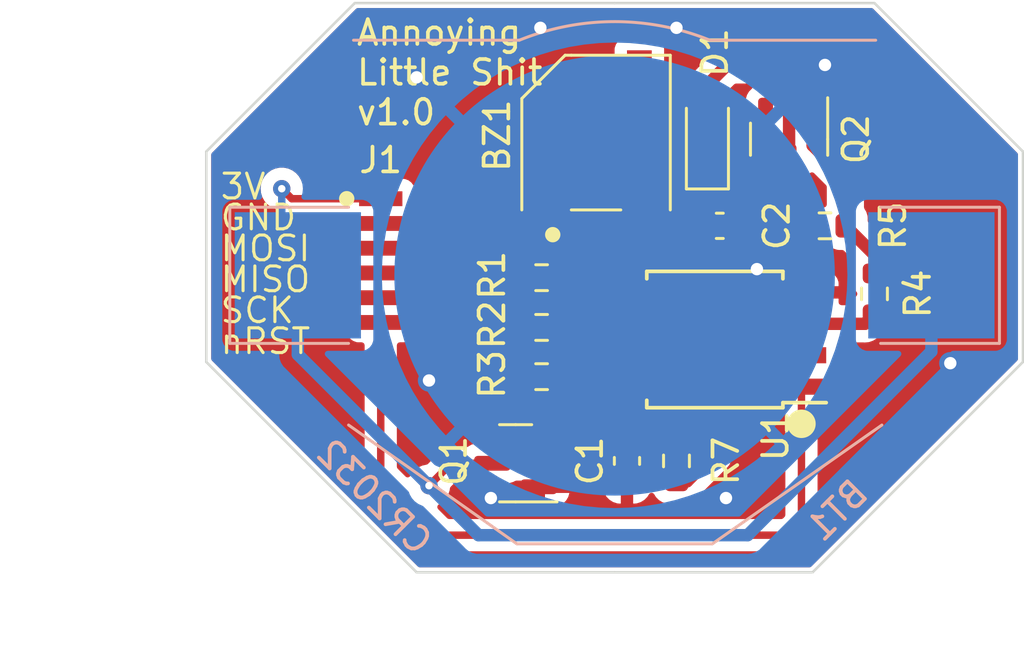
<source format=kicad_pcb>
(kicad_pcb (version 20221018) (generator pcbnew)
  (layers (0 "F.Cu" signal) (31 "B.Cu" signal) (34 "B.Paste" user) (35 "F.Paste" user) (36 "B.SilkS" user "B.Silkscreen") (37 "F.SilkS" user "F.Silkscreen") (38 "B.Mask" user) (39 "F.Mask" user) (44 "Edge.Cuts" user))
  (net 0 "")
  (net 1 "Net-(BT1-+)")
  (net 2 "GND")
  (net 3 "Net-(J1-Pin_3)")
  (net 4 "Net-(U1-PB0{slash}MOSI)")
  (net 5 "Net-(J1-Pin_4)")
  (net 6 "Net-(U1-PB1{slash}MISO)")
  (net 7 "Net-(J1-Pin_5)")
  (net 8 "Net-(U1-PB2{slash}SCK)")
  (net 9 "Net-(U1-PB4)")
  (net 10 "Net-(BZ1-+)")
  (net 12 "Net-(BZ1--)")
  (net 13 "Net-(J1-Pin_6)")
  (net 14 "+3V0")
  (net 15 "Net-(Q2-B)")
  (footprint "Resistor_SMD:R_0603_1608Metric" (layer "F.Cu") (at 141.5 63.25 90)
    (fp_text reference "R4" (at 0 1.75 90) (layer "F.SilkS"))
    (fp_text value "330R")
    (fp_line (start -0.237258 -0.5225) (end 0.237258 -0.5225) (stroke (width 0.12)) (layer "F.SilkS"))
    (fp_line (start -0.237258 0.5225) (end 0.237258 0.5225) (stroke (width 0.12)) (layer "F.SilkS"))
    (pad "1" smd roundrect (at -0.825 0 90) (size 0.8 0.95) (layers "F.Cu" "F.Paste" "F.Mask") (net 9 "Net-(U1-PB4)"))
    (pad "2" smd roundrect (at 0.825 0 90) (size 0.8 0.95) (layers "F.Cu" "F.Paste" "F.Mask") (net 15 "Net-(Q2-B)"))
  )
  (footprint "Capacitor_SMD:C_0603_1608Metric" (layer "F.Cu") (at 135.25 60.5)
    (fp_text reference "C2" (at 2.3 0 90) (layer "F.SilkS"))
    (fp_text value "10uF")
    (fp_line (start -0.14058 -0.51) (end 0.14058 -0.51) (stroke (width 0.12)) (layer "F.SilkS"))
    (fp_line (start -0.14058 0.51) (end 0.14058 0.51) (stroke (width 0.12)) (layer "F.SilkS"))
    (pad "1" smd roundrect (at -0.775 0) (size 0.9 0.95) (layers "F.Cu" "F.Paste" "F.Mask") (net 10 "Net-(BZ1-+)"))
    (pad "2" smd roundrect (at 0.775 0) (size 0.9 0.95) (layers "F.Cu" "F.Paste" "F.Mask") (net 2 "GND"))
  )
  (footprint "als_footprints:SOIC-8W_5.3x5.3mm_P1.27mm" (layer "F.Cu") (at 135.05 65.095 180)
    (fp_text reference "U1" (at -2.45 -3.905 270) (layer "F.SilkS"))
    (fp_text value "ATtiny13V-10SU")
    (fp_line (start -2.75 -2.755) (end -2.75 -2.55) (stroke (width 0.15)) (layer "F.SilkS"))
    (fp_line (start -2.75 -2.755) (end 2.75 -2.755) (stroke (width 0.15)) (layer "F.SilkS"))
    (fp_line (start -2.75 -2.55) (end -4.5 -2.55) (stroke (width 0.15)) (layer "F.SilkS"))
    (fp_line (start -2.75 2.755) (end -2.75 2.455) (stroke (width 0.15)) (layer "F.SilkS"))
    (fp_line (start -2.75 2.755) (end 2.75 2.755) (stroke (width 0.15)) (layer "F.SilkS"))
    (fp_line (start 2.75 -2.755) (end 2.75 -2.455) (stroke (width 0.15)) (layer "F.SilkS"))
    (fp_line (start 2.75 2.755) (end 2.75 2.455) (stroke (width 0.15)) (layer "F.SilkS"))
    (pad "1" smd rect (at -3.65 -1.905 180) (size 1.7 0.65) (layers "F.Cu" "F.Paste" "F.Mask") (net 13 "Net-(J1-Pin_6)"))
    (pad "2" smd rect (at -3.65 -0.635 180) (size 1.7 0.65) (layers "F.Cu" "F.Paste" "F.Mask"))
    (pad "3" smd rect (at -3.65 0.635 180) (size 1.7 0.65) (layers "F.Cu" "F.Paste" "F.Mask") (net 9 "Net-(U1-PB4)"))
    (pad "4" smd rect (at -3.65 1.905 180) (size 1.7 0.65) (layers "F.Cu" "F.Paste" "F.Mask") (net 2 "GND"))
    (pad "5" smd rect (at 3.65 1.905 180) (size 1.7 0.65) (layers "F.Cu" "F.Paste" "F.Mask") (net 4 "Net-(U1-PB0{slash}MOSI)"))
    (pad "6" smd rect (at 3.65 0.635 180) (size 1.7 0.65) (layers "F.Cu" "F.Paste" "F.Mask") (net 6 "Net-(U1-PB1{slash}MISO)"))
    (pad "7" smd rect (at 3.65 -0.635 180) (size 1.7 0.65) (layers "F.Cu" "F.Paste" "F.Mask") (net 8 "Net-(U1-PB2{slash}SCK)"))
    (pad "8" smd rect (at 3.65 -1.905 180) (size 1.7 0.65) (layers "F.Cu" "F.Paste" "F.Mask") (net 14 "+3V0"))
  )
  (footprint "Resistor_SMD:R_0603_1608Metric" (layer "F.Cu") (at 128.05 62.595)
    (fp_text reference "R1" (at -2 -0.095 90) (layer "F.SilkS"))
    (fp_text value "330R")
    (fp_line (start -0.237258 -0.5225) (end 0.237258 -0.5225) (stroke (width 0.12)) (layer "F.SilkS"))
    (fp_line (start -0.237258 0.5225) (end 0.237258 0.5225) (stroke (width 0.12)) (layer "F.SilkS"))
    (pad "1" smd roundrect (at -0.825 0) (size 0.8 0.95) (layers "F.Cu" "F.Paste" "F.Mask") (net 3 "Net-(J1-Pin_3)"))
    (pad "2" smd roundrect (at 0.825 0) (size 0.8 0.95) (layers "F.Cu" "F.Paste" "F.Mask") (net 4 "Net-(U1-PB0{slash}MOSI)"))
  )
  (footprint "als_footprints:MagneticBuzzer_CUI_CMT-5023S-SMT" (layer "F.Cu") (at 130.25 56.8575 90)
    (fp_text reference "BZ1" (at 0 -4 90) (layer "F.SilkS"))
    (fp_text value "Buzzer, 3-pin")
    (fp_line (start -3 -1) (end -3 1) (stroke (width 0.12)) (layer "F.SilkS"))
    (fp_line (start -3 3) (end 3.25 3) (stroke (width 0.12)) (layer "F.SilkS"))
    (fp_line (start 1.5 -3) (end -3 -3) (stroke (width 0.12)) (layer "F.SilkS"))
    (fp_line (start 1.5 -3) (end 3.25 -1.25) (stroke (width 0.12)) (layer "F.SilkS"))
    (fp_line (start 3.25 -1.25) (end 3.25 -1) (stroke (width 0.12)) (layer "F.SilkS"))
    (fp_line (start 3.25 3) (end 3.25 -1) (stroke (width 0.12)) (layer "F.SilkS"))
    (fp_circle (center -4 -1.75) (end -3.75 -1.75) (stroke (width 0.12)) (fill solid) (layer "F.SilkS"))
    (pad "1" smd rect (at -2.15 -1.75 90) (size 2.5 1) (layers "F.Cu" "F.Paste" "F.Mask"))
    (pad "2" smd rect (at -2.2 1.75 90) (size 2.5 1) (layers "F.Cu" "F.Paste" "F.Mask") (net 10 "Net-(BZ1-+)"))
    (pad "3" smd rect (at 2.2 1.75 90) (size 2.5 1) (layers "F.Cu" "F.Paste" "F.Mask") (net 12 "Net-(BZ1--)"))
  )
  (footprint "Resistor_SMD:R_0603_1608Metric" (layer "F.Cu") (at 139.5 60.5 180)
    (fp_text reference "R5" (at -2.75 0 90) (layer "F.SilkS"))
    (fp_text value "10K")
    (fp_line (start -0.237258 -0.5225) (end 0.237258 -0.5225) (stroke (width 0.12)) (layer "F.SilkS"))
    (fp_line (start -0.237258 0.5225) (end 0.237258 0.5225) (stroke (width 0.12)) (layer "F.SilkS"))
    (pad "1" smd roundrect (at -0.825 0 180) (size 0.8 0.95) (layers "F.Cu" "F.Paste" "F.Mask") (net 15 "Net-(Q2-B)"))
    (pad "2" smd roundrect (at 0.825 0 180) (size 0.8 0.95) (layers "F.Cu" "F.Paste" "F.Mask") (net 2 "GND"))
  )
  (footprint "als_footprints:PinHeader_1x06_P1.00mm_Vertical_SMD_Aligned" (layer "F.Cu") (at 121.55 61.905)
    (fp_text reference "J1" (at 0 -4.06) (layer "F.SilkS"))
    (fp_text value "Conn_01x06_Pin")
    (fp_circle (center -1.375 -2.5) (end -1.125 -2.5) (stroke (width 0.12)) (fill solid) (layer "F.SilkS"))
    (pad "1" smd rect (at 0 -2.5) (size 1.75 0.6) (layers "F.Cu" "F.Paste" "F.Mask") (net 1 "Net-(BT1-+)"))
    (pad "2" smd rect (at 0 -1.5) (size 1.75 0.6) (layers "F.Cu" "F.Paste" "F.Mask") (net 2 "GND"))
    (pad "3" smd rect (at 0 -0.5) (size 1.75 0.6) (layers "F.Cu" "F.Paste" "F.Mask") (net 3 "Net-(J1-Pin_3)"))
    (pad "4" smd rect (at 0 0.5) (size 1.75 0.6) (layers "F.Cu" "F.Paste" "F.Mask") (net 5 "Net-(J1-Pin_4)"))
    (pad "5" smd rect (at 0 1.5) (size 1.75 0.6) (layers "F.Cu" "F.Paste" "F.Mask") (net 7 "Net-(J1-Pin_5)"))
    (pad "6" smd rect (at 0 2.5) (size 1.75 0.6) (layers "F.Cu" "F.Paste" "F.Mask") (net 13 "Net-(J1-Pin_6)"))
  )
  (footprint "Package_TO_SOT_SMD:SOT-23" (layer "F.Cu") (at 127 70.095 180)
    (fp_text reference "Q1" (at 2.5 0.095 90) (layer "F.SilkS"))
    (fp_text value "Si2319CDS")
    (fp_line (start 0 -1.56) (end -1.675 -1.56) (stroke (width 0.12)) (layer "F.SilkS"))
    (fp_line (start 0 -1.56) (end 0.65 -1.56) (stroke (width 0.12)) (layer "F.SilkS"))
    (fp_line (start 0 1.56) (end -0.65 1.56) (stroke (width 0.12)) (layer "F.SilkS"))
    (fp_line (start 0 1.56) (end 0.65 1.56) (stroke (width 0.12)) (layer "F.SilkS"))
    (pad "1" smd roundrect (at -0.9375 -0.95 180) (size 1.475 0.6) (layers "F.Cu" "F.Paste" "F.Mask") (net 2 "GND"))
    (pad "2" smd roundrect (at -0.9375 0.95 180) (size 1.475 0.6) (layers "F.Cu" "F.Paste" "F.Mask") (net 14 "+3V0"))
    (pad "3" smd roundrect (at 0.9375 0 180) (size 1.475 0.6) (layers "F.Cu" "F.Paste" "F.Mask") (net 1 "Net-(BT1-+)"))
  )
  (footprint "Package_TO_SOT_SMD:SOT-23" (layer "F.Cu") (at 138.05 57 -90)
    (fp_text reference "Q2" (at 0 -2.7 90) (layer "F.SilkS"))
    (fp_text value "MMBT3904")
    (fp_line (start 0 -1.56) (end -1.675 -1.56) (stroke (width 0.12)) (layer "F.SilkS"))
    (fp_line (start 0 -1.56) (end 0.65 -1.56) (stroke (width 0.12)) (layer "F.SilkS"))
    (fp_line (start 0 1.56) (end -0.65 1.56) (stroke (width 0.12)) (layer "F.SilkS"))
    (fp_line (start 0 1.56) (end 0.65 1.56) (stroke (width 0.12)) (layer "F.SilkS"))
    (pad "1" smd roundrect (at -0.9375 -0.95 270) (size 1.475 0.6) (layers "F.Cu" "F.Paste" "F.Mask") (net 15 "Net-(Q2-B)"))
    (pad "2" smd roundrect (at -0.9375 0.95 270) (size 1.475 0.6) (layers "F.Cu" "F.Paste" "F.Mask") (net 2 "GND"))
    (pad "3" smd roundrect (at 0.9375 0 270) (size 1.475 0.6) (layers "F.Cu" "F.Paste" "F.Mask") (net 12 "Net-(BZ1--)"))
  )
  (footprint "Resistor_SMD:R_0603_1608Metric" (layer "F.Cu") (at 133.5 70 90)
    (fp_text reference "R7" (at 0 2 90) (layer "F.SilkS"))
    (fp_text value "27R")
    (fp_line (start -0.237258 -0.5225) (end 0.237258 -0.5225) (stroke (width 0.12)) (layer "F.SilkS"))
    (fp_line (start -0.237258 0.5225) (end 0.237258 0.5225) (stroke (width 0.12)) (layer "F.SilkS"))
    (pad "1" smd roundrect (at -0.825 0 90) (size 0.8 0.95) (layers "F.Cu" "F.Paste" "F.Mask") (net 10 "Net-(BZ1-+)"))
    (pad "2" smd roundrect (at 0.825 0 90) (size 0.8 0.95) (layers "F.Cu" "F.Paste" "F.Mask") (net 14 "+3V0"))
  )
  (footprint "Resistor_SMD:R_0603_1608Metric" (layer "F.Cu") (at 128.05 66.595)
    (fp_text reference "R3" (at -2 -0.095 90) (layer "F.SilkS"))
    (fp_text value "330R")
    (fp_line (start -0.237258 -0.5225) (end 0.237258 -0.5225) (stroke (width 0.12)) (layer "F.SilkS"))
    (fp_line (start -0.237258 0.5225) (end 0.237258 0.5225) (stroke (width 0.12)) (layer "F.SilkS"))
    (pad "1" smd roundrect (at -0.825 0) (size 0.8 0.95) (layers "F.Cu" "F.Paste" "F.Mask") (net 7 "Net-(J1-Pin_5)"))
    (pad "2" smd roundrect (at 0.825 0) (size 0.8 0.95) (layers "F.Cu" "F.Paste" "F.Mask") (net 8 "Net-(U1-PB2{slash}SCK)"))
  )
  (footprint "Diode_SMD:D_SOD-323_HandSoldering" (layer "F.Cu") (at 134.75 57 90)
    (fp_text reference "D1" (at 3.5 0.3 90) (layer "F.SilkS"))
    (fp_text value "D_Schottky")
    (fp_line (start -2.01 -0.85) (end -2.01 0.85) (stroke (width 0.12)) (layer "F.SilkS"))
    (fp_line (start -2.01 -0.85) (end 1.25 -0.85) (stroke (width 0.12)) (layer "F.SilkS"))
    (fp_line (start -2.01 0.85) (end 1.25 0.85) (stroke (width 0.12)) (layer "F.SilkS"))
    (pad "1" smd roundrect (at -1.25 0 90) (size 1 1) (layers "F.Cu" "F.Paste" "F.Mask") (net 10 "Net-(BZ1-+)"))
    (pad "2" smd roundrect (at 1.25 0 90) (size 1 1) (layers "F.Cu" "F.Paste" "F.Mask") (net 12 "Net-(BZ1--)"))
  )
  (footprint "Capacitor_SMD:C_0603_1608Metric" (layer "F.Cu") (at 131.5 70 -90)
    (fp_text reference "C1" (at 0 1.5 90) (layer "F.SilkS"))
    (fp_text value "10uF")
    (fp_line (start -0.14058 -0.51) (end 0.14058 -0.51) (stroke (width 0.12)) (layer "F.SilkS"))
    (fp_line (start -0.14058 0.51) (end 0.14058 0.51) (stroke (width 0.12)) (layer "F.SilkS"))
    (pad "1" smd roundrect (at -0.775 0 270) (size 0.9 0.95) (layers "F.Cu" "F.Paste" "F.Mask") (net 14 "+3V0"))
    (pad "2" smd roundrect (at 0.775 0 270) (size 0.9 0.95) (layers "F.Cu" "F.Paste" "F.Mask") (net 2 "GND"))
  )
  (footprint "Resistor_SMD:R_0603_1608Metric" (layer "F.Cu") (at 128.05 64.605)
    (fp_text reference "R2" (at -2 -0.105 90) (layer "F.SilkS"))
    (fp_text value "330R")
    (fp_line (start -0.237258 -0.5225) (end 0.237258 -0.5225) (stroke (width 0.12)) (layer "F.SilkS"))
    (fp_line (start -0.237258 0.5225) (end 0.237258 0.5225) (stroke (width 0.12)) (layer "F.SilkS"))
    (pad "1" smd roundrect (at -0.825 0) (size 0.8 0.95) (layers "F.Cu" "F.Paste" "F.Mask") (net 5 "Net-(J1-Pin_4)"))
    (pad "2" smd roundrect (at 0.825 0) (size 0.8 0.95) (layers "F.Cu" "F.Paste" "F.Mask") (net 6 "Net-(U1-PB1{slash}MISO)"))
  )
  (footprint "Battery:BatteryHolder_Keystone_3002_1x2032" (layer "B.Cu") (at 131 62.5 180)
    (fp_text reference "BT1" (at -9 -9.5 45) (layer "B.SilkS") (effects (justify mirror)))
    (fp_text value "Battery_Cell")
    (fp_line (start -15.55 -2.75) (end -10.75 -2.75) (stroke (width 0.12)) (layer "B.SilkS"))
    (fp_line (start -15.55 2.75) (end -15.55 -2.75) (stroke (width 0.12)) (layer "B.SilkS"))
    (fp_line (start -10.8 -6.05) (end -3.95 -10.85) (stroke (width 0.12)) (layer "B.SilkS"))
    (fp_line (start -10.75 2.75) (end -15.55 2.75) (stroke (width 0.12)) (layer "B.SilkS"))
    (fp_line (start -10.55 9.5) (end -3.85 9.5) (stroke (width 0.12)) (layer "B.SilkS"))
    (fp_line (start -3.95 -10.85) (end 3.95 -10.85) (stroke (width 0.12)) (layer "B.SilkS"))
    (fp_line (start 3.95 -10.85) (end 10.75 -6.05) (stroke (width 0.12)) (layer "B.SilkS"))
    (fp_line (start 10.55 9.5) (end 3.85 9.5) (stroke (width 0.12)) (layer "B.SilkS"))
    (fp_line (start 10.75 -2.75) (end 15.55 -2.75) (stroke (width 0.12)) (layer "B.SilkS"))
    (fp_line (start 15.55 -2.75) (end 15.55 2.75) (stroke (width 0.12)) (layer "B.SilkS"))
    (fp_line (start 15.55 2.75) (end 10.75 2.75) (stroke (width 0.12)) (layer "B.SilkS"))
    (fp_arc (start 3.85 9.5) (mid 0.00195 10.250488) (end -3.846385 9.501464) (stroke (width 0.12)) (layer "B.SilkS"))
    (pad "1" smd rect (at -12.8 0 180) (size 5.1 5.1) (layers "B.Cu" "B.Paste" "B.Mask") (net 1 "Net-(BT1-+)"))
    (pad "1" smd rect (at 12.8 0 180) (size 5.1 5.1) (layers "B.Cu" "B.Paste" "B.Mask") (net 1 "Net-(BT1-+)"))
    (pad "2" smd circle (at 0 0 180) (size 17.8 17.8) (layers "B.Cu" "B.Mask") (net 2 "GND"))
  )
  (gr_circle (center 138.55 68.5) (end 139.05 68.5) (stroke (width 0.15)) (fill solid) (layer "F.SilkS"))
  (gr_line (start 114.5 66) (end 123 74.5) (stroke (width 0.1)) (layer "Edge.Cuts"))
  (gr_line (start 141.5 51.5) (end 131 51.5) (stroke (width 0.1)) (layer "Edge.Cuts"))
  (gr_line (start 120.5 51.5) (end 114.5 57.5) (stroke (width 0.1)) (layer "Edge.Cuts"))
  (gr_line (start 131 51.5) (end 120.5 51.5) (stroke (width 0.1)) (layer "Edge.Cuts"))
  (gr_line (start 147.5 57.5) (end 141.5 51.5) (stroke (width 0.1)) (layer "Edge.Cuts"))
  (gr_line (start 139 74.5) (end 131 74.5) (stroke (width 0.1)) (layer "Edge.Cuts"))
  (gr_line (start 131 74.5) (end 123 74.5) (stroke (width 0.1)) (layer "Edge.Cuts"))
  (gr_line (start 114.5 66) (end 114.5 57.5) (stroke (width 0.1)) (layer "Edge.Cuts"))
  (gr_line (start 147.5 66) (end 147.5 57.5) (stroke (width 0.1)) (layer "Edge.Cuts"))
  (gr_line (start 147.5 66) (end 139 74.5) (stroke (width 0.1)) (layer "Edge.Cuts"))
  (gr_text "CR2032" (at 123 74 -45) (layer "B.SilkS") (effects (font (size 1 1)) (justify left bottom mirror)))
  (gr_text "nRST" (at 115 65.75) (layer "F.SilkS") (effects (font (size 1 1) (thickness 0.125)) (justify left bottom)))
  (gr_text "SCK" (at 115 64.5) (layer "F.SilkS") (effects (font (size 1 1) (thickness 0.125)) (justify left bottom)))
  (gr_text "Annoying\nLittle Shit\nv1.0" (at 120.5 56.5) (layer "F.SilkS") (effects (font (size 1 1)) (justify left bottom)))
  (gr_text "3V" (at 115 59.5) (layer "F.SilkS") (effects (font (size 1 1) (thickness 0.125)) (justify left bottom)))
  (gr_text "MISO" (at 115 63.25) (layer "F.SilkS") (effects (font (size 1 1) (thickness 0.125)) (justify left bottom)))
  (gr_text "GND" (at 115 60.75) (layer "F.SilkS") (effects (font (size 1 1) (thickness 0.125)) (justify left bottom)))
  (gr_text "MOSI\n" (at 115 62) (layer "F.SilkS") (effects (font (size 1 1) (thickness 0.125)) (justify left bottom)))
  (segment (start 117.55 59) (end 117.955 59.405) (width 0.3) (layer "F.Cu") (net 1))
  (segment (start 117.955 59.405) (end 121.55 59.405) (width 0.3) (layer "F.Cu") (net 1))
  (segment (start 123.5 71) (end 124.405 70.095) (width 0.3) (layer "F.Cu") (net 1))
  (segment (start 124.405 70.095) (end 126.6125 70.095) (width 0.3) (layer "F.Cu") (net 1))
  (via (at 123.5 71) (size 0.7) (drill 0.3) (layers "F.Cu" "B.Cu") (net 1))
  (via (at 117.55 59) (size 0.7) (drill 0.3) (layers "F.Cu" "B.Cu") (net 1))
  (segment (start 143.8 62.5) (end 143.8 65.575) (width 0.5) (layer "B.Cu") (net 1))
  (segment (start 118.2 65.7) (end 118.2 62.5) (width 0.5) (layer "B.Cu") (net 1))
  (segment (start 117.55 61.85) (end 118.2 62.5) (width 0.3) (layer "B.Cu") (net 1))
  (segment (start 143.8 65.575) (end 136.375 73) (width 0.5) (layer "B.Cu") (net 1))
  (segment (start 117.55 59) (end 117.55 61.85) (width 0.3) (layer "B.Cu") (net 1))
  (segment (start 136.375 73) (end 125.5 73) (width 0.5) (layer "B.Cu") (net 1))
  (segment (start 125.5 73) (end 118.2 65.7) (width 0.5) (layer "B.Cu") (net 1))
  (via (at 139.5 54) (size 0.9) (drill 0.5) (layers "F.Cu" "B.Cu") (net 2))
  (via (at 123 54.5) (size 0.9) (drill 0.5) (layers "F.Cu" "B.Cu") (net 2))
  (via (at 135.5 71.5) (size 0.9) (drill 0.5) (layers "F.Cu" "B.Cu") (net 2))
  (via (at 144.563629 66.050366) (size 0.9) (drill 0.5) (layers "F.Cu" "B.Cu") (net 2))
  (via (at 136.75 62.25) (size 0.9) (drill 0.5) (layers "F.Cu" "B.Cu") (net 2))
  (via (at 133.5 52.5) (size 0.9) (drill 0.5) (layers "F.Cu" "B.Cu") (net 2))
  (via (at 128 52.5) (size 0.9) (drill 0.5) (layers "F.Cu" "B.Cu") (net 2))
  (via (at 126 71.5) (size 0.9) (drill 0.5) (layers "F.Cu" "B.Cu") (net 2))
  (via (at 123.5 66.75) (size 0.9) (drill 0.5) (layers "F.Cu" "B.Cu") (net 2))
  (segment (start 121.55 61.405) (end 126.035 61.405) (width 0.3) (layer "F.Cu") (net 3))
  (segment (start 126.035 61.405) (end 127.225 62.595) (width 0.3) (layer "F.Cu") (net 3))
  (segment (start 129.47 63.19) (end 131.4 63.19) (width 0.3) (layer "F.Cu") (net 4))
  (segment (start 128.875 62.595) (end 129.47 63.19) (width 0.3) (layer "F.Cu") (net 4))
  (segment (start 125.025 62.405) (end 127.225 64.605) (width 0.3) (layer "F.Cu") (net 5))
  (segment (start 121.55 62.405) (end 125.025 62.405) (width 0.3) (layer "F.Cu") (net 5))
  (segment (start 128.875 64.605) (end 131.255 64.605) (width 0.3) (layer "F.Cu") (net 6))
  (segment (start 131.255 64.605) (end 131.4 64.46) (width 0.3) (layer "F.Cu") (net 6))
  (segment (start 124.035 63.405) (end 127.225 66.595) (width 0.3) (layer "F.Cu") (net 7))
  (segment (start 121.55 63.405) (end 124.035 63.405) (width 0.3) (layer "F.Cu") (net 7))
  (segment (start 129.74 65.73) (end 131.4 65.73) (width 0.3) (layer "F.Cu") (net 8))
  (segment (start 128.875 66.595) (end 129.74 65.73) (width 0.3) (layer "F.Cu") (net 8))
  (segment (start 141.115 64.46) (end 141.5 64.075) (width 0.5) (layer "F.Cu") (net 9))
  (segment (start 138.7 64.46) (end 141.115 64.46) (width 0.5) (layer "F.Cu") (net 9))
  (segment (start 133.5 70.825) (end 133.925 70.825) (width 0.5) (layer "F.Cu") (net 10))
  (segment (start 135 62.25) (end 134.5 61.75) (width 0.5) (layer "F.Cu") (net 10))
  (segment (start 134.5 61.75) (end 134.5 60.525) (width 0.5) (layer "F.Cu") (net 10))
  (segment (start 133.84 58.25) (end 134.75 58.25) (width 0.5) (layer "F.Cu") (net 10))
  (segment (start 134.5 60.525) (end 134.475 60.5) (width 0.5) (layer "F.Cu") (net 10))
  (segment (start 134.475 60.5) (end 133.0325 59.0575) (width 0.5) (layer "F.Cu") (net 10))
  (segment (start 133.0325 59.0575) (end 133.84 58.25) (width 0.5) (layer "F.Cu") (net 10))
  (segment (start 133.0325 59.0575) (end 132 59.0575) (width 0.5) (layer "F.Cu") (net 10))
  (segment (start 133.925 70.825) (end 135 69.75) (width 0.5) (layer "F.Cu") (net 10))
  (segment (start 135 69.75) (end 135 62.25) (width 0.5) (layer "F.Cu") (net 10))
  (segment (start 137.05 54) (end 138.05 55) (width 0.5) (layer "F.Cu") (net 12))
  (segment (start 135.55 54) (end 137.05 54) (width 0.5) (layer "F.Cu") (net 12))
  (segment (start 134.75 54.8) (end 135.55 54) (width 0.5) (layer "F.Cu") (net 12))
  (segment (start 133.25 55) (end 132.3425 55) (width 0.5) (layer "F.Cu") (net 12))
  (segment (start 134.75 55.75) (end 134.75 54.8) (width 0.5) (layer "F.Cu") (net 12))
  (segment (start 134.75 55.75) (end 134 55.75) (width 0.5) (layer "F.Cu") (net 12))
  (segment (start 134 55.75) (end 133.25 55) (width 0.5) (layer "F.Cu") (net 12))
  (segment (start 132.3425 55) (end 132 54.6575) (width 0.5) (layer "F.Cu") (net 12))
  (segment (start 138.05 55) (end 138.05 57.9375) (width 0.5) (layer "F.Cu") (net 12))
  (segment (start 121.55 70.55) (end 121.55 64.405) (width 0.3) (layer "F.Cu") (net 13))
  (segment (start 138.55 67.15) (end 138.55 72.5) (width 0.3) (layer "F.Cu") (net 13))
  (segment (start 138.55 72.5) (end 138.05 73) (width 0.3) (layer "F.Cu") (net 13))
  (segment (start 138.05 73) (end 124 73) (width 0.3) (layer "F.Cu") (net 13))
  (segment (start 124 73) (end 121.55 70.55) (width 0.3) (layer "F.Cu") (net 13))
  (segment (start 138.7 67) (end 138.55 67.15) (width 0.3) (layer "F.Cu") (net 13))
  (segment (start 128.5675 69.225) (end 131.5 69.225) (width 0.5) (layer "F.Cu") (net 14))
  (segment (start 133.45 69.225) (end 133.5 69.175) (width 0.5) (layer "F.Cu") (net 14))
  (segment (start 131.5 69.225) (end 131.5 67.1) (width 0.5) (layer "F.Cu") (net 14))
  (segment (start 131.5 69.225) (end 133.45 69.225) (width 0.5) (layer "F.Cu") (net 14))
  (segment (start 128.3425 69) (end 128.4875 69.145) (width 0.3) (layer "F.Cu") (net 14))
  (segment (start 131.5 67.1) (end 131.4 67) (width 0.5) (layer "F.Cu") (net 14))
  (segment (start 128.4875 69.145) (end 128.5675 69.225) (width 0.5) (layer "F.Cu") (net 14))
  (segment (start 140.325 60.5) (end 140.325 58.575) (width 0.5) (layer "F.Cu") (net 15))
  (segment (start 140.325 58.575) (end 139 57.25) (width 0.5) (layer "F.Cu") (net 15))
  (segment (start 139 57.25) (end 139 56.0625) (width 0.5) (layer "F.Cu") (net 15))
  (segment (start 141.5 62.425) (end 141.5 61.675) (width 0.5) (layer "F.Cu") (net 15))
  (segment (start 141.5 61.675) (end 140.325 60.5) (width 0.5) (layer "F.Cu") (net 15))
  (zone locked (net 2) (net_name "GND") (layer "F.Cu") (connect_pads (clearance 0.5)) (min_thickness 0.25) (fill yes (thermal_gap 0.5) (thermal_bridge_width 0.5))
    (polygon (pts (xy 147.5 57.5) (xy 141.5 51.5) (xy 120.5 51.5) (xy 114.5 57.5) (xy 114.5 66) (xy 123 74.5) (xy 139 74.5) (xy 147.5 66)))
  )
  (zone (net 2) (net_name "GND") (layer "B.Cu") (priority 1) (connect_pads (clearance 0.5)) (min_thickness 0.25) (fill yes (thermal_gap 0.5) (thermal_bridge_width 0.5))
    (polygon (pts (xy 114.5 57.5) (xy 114.5 66) (xy 123 74.5) (xy 139 74.5) (xy 147.5 66) (xy 147.5 57.5) (xy 141.5 51.5) (xy 120.5 51.5)))
  )
)
</source>
